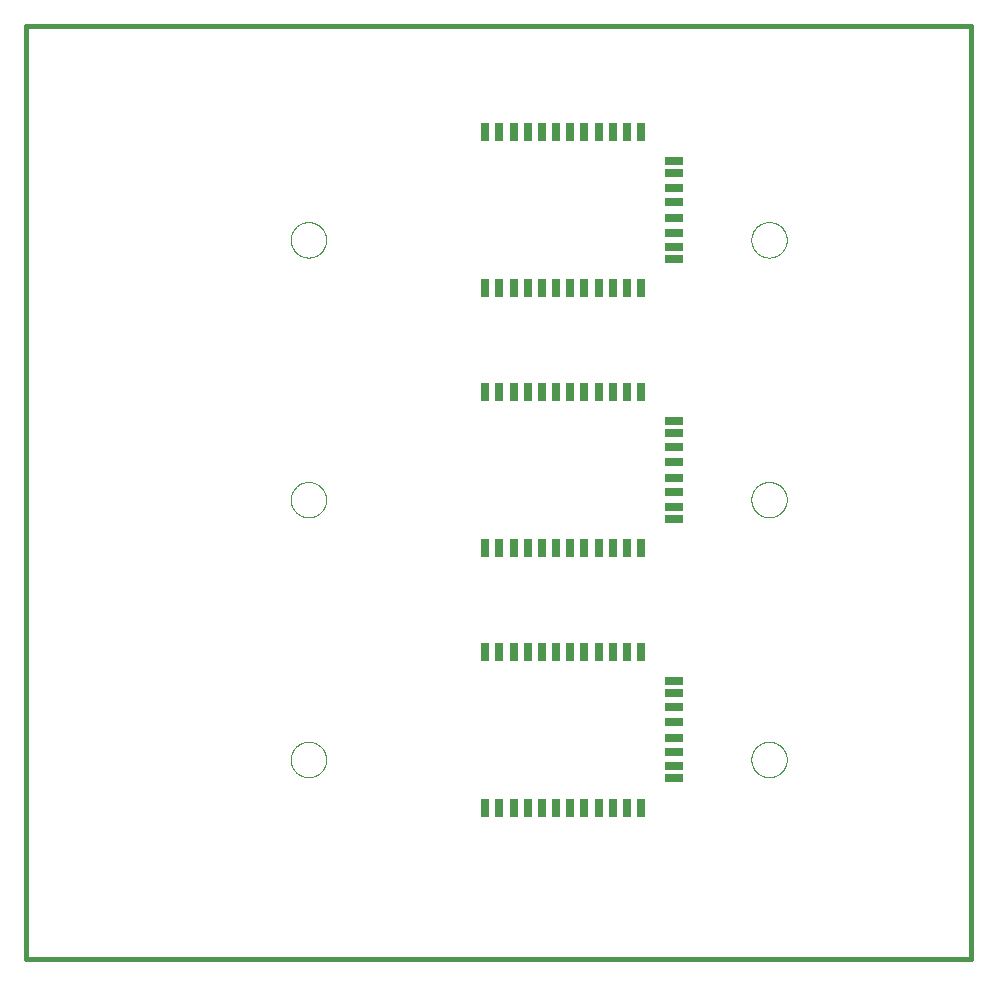
<source format=gbp>
G75*
%MOIN*%
%OFA0B0*%
%FSLAX25Y25*%
%IPPOS*%
%LPD*%
%AMOC8*
5,1,8,0,0,1.08239X$1,22.5*
%
%ADD10C,0.01600*%
%ADD11R,0.03150X0.06299*%
%ADD12R,0.06299X0.03150*%
%ADD13C,0.00000*%
D10*
X0017567Y0009299D02*
X0332528Y0009299D01*
X0332528Y0320323D01*
X0017567Y0320323D01*
X0017567Y0009299D01*
D11*
X0170598Y0059772D03*
X0175323Y0059772D03*
X0180047Y0059772D03*
X0184772Y0059772D03*
X0189496Y0059772D03*
X0194220Y0059772D03*
X0198945Y0059772D03*
X0203669Y0059772D03*
X0208394Y0059772D03*
X0213118Y0059772D03*
X0217843Y0059772D03*
X0222567Y0059772D03*
X0222567Y0111740D03*
X0217843Y0111740D03*
X0213118Y0111740D03*
X0208394Y0111740D03*
X0203669Y0111740D03*
X0198945Y0111740D03*
X0194220Y0111740D03*
X0189496Y0111740D03*
X0184772Y0111740D03*
X0180047Y0111740D03*
X0175323Y0111740D03*
X0170598Y0111740D03*
X0170598Y0146386D03*
X0175323Y0146386D03*
X0180047Y0146386D03*
X0184772Y0146386D03*
X0189496Y0146386D03*
X0194220Y0146386D03*
X0198945Y0146386D03*
X0203669Y0146386D03*
X0208394Y0146386D03*
X0213118Y0146386D03*
X0217843Y0146386D03*
X0222567Y0146386D03*
X0222567Y0198354D03*
X0217843Y0198354D03*
X0213118Y0198354D03*
X0208394Y0198354D03*
X0203669Y0198354D03*
X0198945Y0198354D03*
X0194220Y0198354D03*
X0189496Y0198354D03*
X0184772Y0198354D03*
X0180047Y0198354D03*
X0175323Y0198354D03*
X0170598Y0198354D03*
X0170598Y0233000D03*
X0175323Y0233000D03*
X0180047Y0233000D03*
X0184772Y0233000D03*
X0189496Y0233000D03*
X0194220Y0233000D03*
X0198945Y0233000D03*
X0203669Y0233000D03*
X0208394Y0233000D03*
X0213118Y0233000D03*
X0217843Y0233000D03*
X0222567Y0233000D03*
X0222567Y0284969D03*
X0217843Y0284969D03*
X0213118Y0284969D03*
X0208394Y0284969D03*
X0203669Y0284969D03*
X0198945Y0284969D03*
X0194220Y0284969D03*
X0189496Y0284969D03*
X0184772Y0284969D03*
X0180047Y0284969D03*
X0175323Y0284969D03*
X0170598Y0284969D03*
D12*
X0233591Y0275213D03*
X0233591Y0271189D03*
X0233591Y0266465D03*
X0233591Y0261740D03*
X0233591Y0256228D03*
X0233591Y0251504D03*
X0233591Y0246780D03*
X0233591Y0242755D03*
X0233591Y0188599D03*
X0233591Y0184575D03*
X0233591Y0179850D03*
X0233591Y0175126D03*
X0233591Y0169614D03*
X0233591Y0164890D03*
X0233591Y0160165D03*
X0233591Y0156141D03*
X0233591Y0101985D03*
X0233591Y0097961D03*
X0233591Y0093236D03*
X0233591Y0088512D03*
X0233591Y0083000D03*
X0233591Y0078276D03*
X0233591Y0073551D03*
X0233591Y0069527D03*
D13*
X0259299Y0075835D02*
X0259301Y0075988D01*
X0259307Y0076142D01*
X0259317Y0076295D01*
X0259331Y0076447D01*
X0259349Y0076600D01*
X0259371Y0076751D01*
X0259396Y0076902D01*
X0259426Y0077053D01*
X0259460Y0077203D01*
X0259497Y0077351D01*
X0259538Y0077499D01*
X0259583Y0077645D01*
X0259632Y0077791D01*
X0259685Y0077935D01*
X0259741Y0078077D01*
X0259801Y0078218D01*
X0259865Y0078358D01*
X0259932Y0078496D01*
X0260003Y0078632D01*
X0260078Y0078766D01*
X0260155Y0078898D01*
X0260237Y0079028D01*
X0260321Y0079156D01*
X0260409Y0079282D01*
X0260500Y0079405D01*
X0260594Y0079526D01*
X0260692Y0079644D01*
X0260792Y0079760D01*
X0260896Y0079873D01*
X0261002Y0079984D01*
X0261111Y0080092D01*
X0261223Y0080197D01*
X0261337Y0080298D01*
X0261455Y0080397D01*
X0261574Y0080493D01*
X0261696Y0080586D01*
X0261821Y0080675D01*
X0261948Y0080762D01*
X0262077Y0080844D01*
X0262208Y0080924D01*
X0262341Y0081000D01*
X0262476Y0081073D01*
X0262613Y0081142D01*
X0262752Y0081207D01*
X0262892Y0081269D01*
X0263034Y0081327D01*
X0263177Y0081382D01*
X0263322Y0081433D01*
X0263468Y0081480D01*
X0263615Y0081523D01*
X0263763Y0081562D01*
X0263912Y0081598D01*
X0264062Y0081629D01*
X0264213Y0081657D01*
X0264364Y0081681D01*
X0264517Y0081701D01*
X0264669Y0081717D01*
X0264822Y0081729D01*
X0264975Y0081737D01*
X0265128Y0081741D01*
X0265282Y0081741D01*
X0265435Y0081737D01*
X0265588Y0081729D01*
X0265741Y0081717D01*
X0265893Y0081701D01*
X0266046Y0081681D01*
X0266197Y0081657D01*
X0266348Y0081629D01*
X0266498Y0081598D01*
X0266647Y0081562D01*
X0266795Y0081523D01*
X0266942Y0081480D01*
X0267088Y0081433D01*
X0267233Y0081382D01*
X0267376Y0081327D01*
X0267518Y0081269D01*
X0267658Y0081207D01*
X0267797Y0081142D01*
X0267934Y0081073D01*
X0268069Y0081000D01*
X0268202Y0080924D01*
X0268333Y0080844D01*
X0268462Y0080762D01*
X0268589Y0080675D01*
X0268714Y0080586D01*
X0268836Y0080493D01*
X0268955Y0080397D01*
X0269073Y0080298D01*
X0269187Y0080197D01*
X0269299Y0080092D01*
X0269408Y0079984D01*
X0269514Y0079873D01*
X0269618Y0079760D01*
X0269718Y0079644D01*
X0269816Y0079526D01*
X0269910Y0079405D01*
X0270001Y0079282D01*
X0270089Y0079156D01*
X0270173Y0079028D01*
X0270255Y0078898D01*
X0270332Y0078766D01*
X0270407Y0078632D01*
X0270478Y0078496D01*
X0270545Y0078358D01*
X0270609Y0078218D01*
X0270669Y0078077D01*
X0270725Y0077935D01*
X0270778Y0077791D01*
X0270827Y0077645D01*
X0270872Y0077499D01*
X0270913Y0077351D01*
X0270950Y0077203D01*
X0270984Y0077053D01*
X0271014Y0076902D01*
X0271039Y0076751D01*
X0271061Y0076600D01*
X0271079Y0076447D01*
X0271093Y0076295D01*
X0271103Y0076142D01*
X0271109Y0075988D01*
X0271111Y0075835D01*
X0271109Y0075682D01*
X0271103Y0075528D01*
X0271093Y0075375D01*
X0271079Y0075223D01*
X0271061Y0075070D01*
X0271039Y0074919D01*
X0271014Y0074768D01*
X0270984Y0074617D01*
X0270950Y0074467D01*
X0270913Y0074319D01*
X0270872Y0074171D01*
X0270827Y0074025D01*
X0270778Y0073879D01*
X0270725Y0073735D01*
X0270669Y0073593D01*
X0270609Y0073452D01*
X0270545Y0073312D01*
X0270478Y0073174D01*
X0270407Y0073038D01*
X0270332Y0072904D01*
X0270255Y0072772D01*
X0270173Y0072642D01*
X0270089Y0072514D01*
X0270001Y0072388D01*
X0269910Y0072265D01*
X0269816Y0072144D01*
X0269718Y0072026D01*
X0269618Y0071910D01*
X0269514Y0071797D01*
X0269408Y0071686D01*
X0269299Y0071578D01*
X0269187Y0071473D01*
X0269073Y0071372D01*
X0268955Y0071273D01*
X0268836Y0071177D01*
X0268714Y0071084D01*
X0268589Y0070995D01*
X0268462Y0070908D01*
X0268333Y0070826D01*
X0268202Y0070746D01*
X0268069Y0070670D01*
X0267934Y0070597D01*
X0267797Y0070528D01*
X0267658Y0070463D01*
X0267518Y0070401D01*
X0267376Y0070343D01*
X0267233Y0070288D01*
X0267088Y0070237D01*
X0266942Y0070190D01*
X0266795Y0070147D01*
X0266647Y0070108D01*
X0266498Y0070072D01*
X0266348Y0070041D01*
X0266197Y0070013D01*
X0266046Y0069989D01*
X0265893Y0069969D01*
X0265741Y0069953D01*
X0265588Y0069941D01*
X0265435Y0069933D01*
X0265282Y0069929D01*
X0265128Y0069929D01*
X0264975Y0069933D01*
X0264822Y0069941D01*
X0264669Y0069953D01*
X0264517Y0069969D01*
X0264364Y0069989D01*
X0264213Y0070013D01*
X0264062Y0070041D01*
X0263912Y0070072D01*
X0263763Y0070108D01*
X0263615Y0070147D01*
X0263468Y0070190D01*
X0263322Y0070237D01*
X0263177Y0070288D01*
X0263034Y0070343D01*
X0262892Y0070401D01*
X0262752Y0070463D01*
X0262613Y0070528D01*
X0262476Y0070597D01*
X0262341Y0070670D01*
X0262208Y0070746D01*
X0262077Y0070826D01*
X0261948Y0070908D01*
X0261821Y0070995D01*
X0261696Y0071084D01*
X0261574Y0071177D01*
X0261455Y0071273D01*
X0261337Y0071372D01*
X0261223Y0071473D01*
X0261111Y0071578D01*
X0261002Y0071686D01*
X0260896Y0071797D01*
X0260792Y0071910D01*
X0260692Y0072026D01*
X0260594Y0072144D01*
X0260500Y0072265D01*
X0260409Y0072388D01*
X0260321Y0072514D01*
X0260237Y0072642D01*
X0260155Y0072772D01*
X0260078Y0072904D01*
X0260003Y0073038D01*
X0259932Y0073174D01*
X0259865Y0073312D01*
X0259801Y0073452D01*
X0259741Y0073593D01*
X0259685Y0073735D01*
X0259632Y0073879D01*
X0259583Y0074025D01*
X0259538Y0074171D01*
X0259497Y0074319D01*
X0259460Y0074467D01*
X0259426Y0074617D01*
X0259396Y0074768D01*
X0259371Y0074919D01*
X0259349Y0075070D01*
X0259331Y0075223D01*
X0259317Y0075375D01*
X0259307Y0075528D01*
X0259301Y0075682D01*
X0259299Y0075835D01*
X0259299Y0162449D02*
X0259301Y0162602D01*
X0259307Y0162756D01*
X0259317Y0162909D01*
X0259331Y0163061D01*
X0259349Y0163214D01*
X0259371Y0163365D01*
X0259396Y0163516D01*
X0259426Y0163667D01*
X0259460Y0163817D01*
X0259497Y0163965D01*
X0259538Y0164113D01*
X0259583Y0164259D01*
X0259632Y0164405D01*
X0259685Y0164549D01*
X0259741Y0164691D01*
X0259801Y0164832D01*
X0259865Y0164972D01*
X0259932Y0165110D01*
X0260003Y0165246D01*
X0260078Y0165380D01*
X0260155Y0165512D01*
X0260237Y0165642D01*
X0260321Y0165770D01*
X0260409Y0165896D01*
X0260500Y0166019D01*
X0260594Y0166140D01*
X0260692Y0166258D01*
X0260792Y0166374D01*
X0260896Y0166487D01*
X0261002Y0166598D01*
X0261111Y0166706D01*
X0261223Y0166811D01*
X0261337Y0166912D01*
X0261455Y0167011D01*
X0261574Y0167107D01*
X0261696Y0167200D01*
X0261821Y0167289D01*
X0261948Y0167376D01*
X0262077Y0167458D01*
X0262208Y0167538D01*
X0262341Y0167614D01*
X0262476Y0167687D01*
X0262613Y0167756D01*
X0262752Y0167821D01*
X0262892Y0167883D01*
X0263034Y0167941D01*
X0263177Y0167996D01*
X0263322Y0168047D01*
X0263468Y0168094D01*
X0263615Y0168137D01*
X0263763Y0168176D01*
X0263912Y0168212D01*
X0264062Y0168243D01*
X0264213Y0168271D01*
X0264364Y0168295D01*
X0264517Y0168315D01*
X0264669Y0168331D01*
X0264822Y0168343D01*
X0264975Y0168351D01*
X0265128Y0168355D01*
X0265282Y0168355D01*
X0265435Y0168351D01*
X0265588Y0168343D01*
X0265741Y0168331D01*
X0265893Y0168315D01*
X0266046Y0168295D01*
X0266197Y0168271D01*
X0266348Y0168243D01*
X0266498Y0168212D01*
X0266647Y0168176D01*
X0266795Y0168137D01*
X0266942Y0168094D01*
X0267088Y0168047D01*
X0267233Y0167996D01*
X0267376Y0167941D01*
X0267518Y0167883D01*
X0267658Y0167821D01*
X0267797Y0167756D01*
X0267934Y0167687D01*
X0268069Y0167614D01*
X0268202Y0167538D01*
X0268333Y0167458D01*
X0268462Y0167376D01*
X0268589Y0167289D01*
X0268714Y0167200D01*
X0268836Y0167107D01*
X0268955Y0167011D01*
X0269073Y0166912D01*
X0269187Y0166811D01*
X0269299Y0166706D01*
X0269408Y0166598D01*
X0269514Y0166487D01*
X0269618Y0166374D01*
X0269718Y0166258D01*
X0269816Y0166140D01*
X0269910Y0166019D01*
X0270001Y0165896D01*
X0270089Y0165770D01*
X0270173Y0165642D01*
X0270255Y0165512D01*
X0270332Y0165380D01*
X0270407Y0165246D01*
X0270478Y0165110D01*
X0270545Y0164972D01*
X0270609Y0164832D01*
X0270669Y0164691D01*
X0270725Y0164549D01*
X0270778Y0164405D01*
X0270827Y0164259D01*
X0270872Y0164113D01*
X0270913Y0163965D01*
X0270950Y0163817D01*
X0270984Y0163667D01*
X0271014Y0163516D01*
X0271039Y0163365D01*
X0271061Y0163214D01*
X0271079Y0163061D01*
X0271093Y0162909D01*
X0271103Y0162756D01*
X0271109Y0162602D01*
X0271111Y0162449D01*
X0271109Y0162296D01*
X0271103Y0162142D01*
X0271093Y0161989D01*
X0271079Y0161837D01*
X0271061Y0161684D01*
X0271039Y0161533D01*
X0271014Y0161382D01*
X0270984Y0161231D01*
X0270950Y0161081D01*
X0270913Y0160933D01*
X0270872Y0160785D01*
X0270827Y0160639D01*
X0270778Y0160493D01*
X0270725Y0160349D01*
X0270669Y0160207D01*
X0270609Y0160066D01*
X0270545Y0159926D01*
X0270478Y0159788D01*
X0270407Y0159652D01*
X0270332Y0159518D01*
X0270255Y0159386D01*
X0270173Y0159256D01*
X0270089Y0159128D01*
X0270001Y0159002D01*
X0269910Y0158879D01*
X0269816Y0158758D01*
X0269718Y0158640D01*
X0269618Y0158524D01*
X0269514Y0158411D01*
X0269408Y0158300D01*
X0269299Y0158192D01*
X0269187Y0158087D01*
X0269073Y0157986D01*
X0268955Y0157887D01*
X0268836Y0157791D01*
X0268714Y0157698D01*
X0268589Y0157609D01*
X0268462Y0157522D01*
X0268333Y0157440D01*
X0268202Y0157360D01*
X0268069Y0157284D01*
X0267934Y0157211D01*
X0267797Y0157142D01*
X0267658Y0157077D01*
X0267518Y0157015D01*
X0267376Y0156957D01*
X0267233Y0156902D01*
X0267088Y0156851D01*
X0266942Y0156804D01*
X0266795Y0156761D01*
X0266647Y0156722D01*
X0266498Y0156686D01*
X0266348Y0156655D01*
X0266197Y0156627D01*
X0266046Y0156603D01*
X0265893Y0156583D01*
X0265741Y0156567D01*
X0265588Y0156555D01*
X0265435Y0156547D01*
X0265282Y0156543D01*
X0265128Y0156543D01*
X0264975Y0156547D01*
X0264822Y0156555D01*
X0264669Y0156567D01*
X0264517Y0156583D01*
X0264364Y0156603D01*
X0264213Y0156627D01*
X0264062Y0156655D01*
X0263912Y0156686D01*
X0263763Y0156722D01*
X0263615Y0156761D01*
X0263468Y0156804D01*
X0263322Y0156851D01*
X0263177Y0156902D01*
X0263034Y0156957D01*
X0262892Y0157015D01*
X0262752Y0157077D01*
X0262613Y0157142D01*
X0262476Y0157211D01*
X0262341Y0157284D01*
X0262208Y0157360D01*
X0262077Y0157440D01*
X0261948Y0157522D01*
X0261821Y0157609D01*
X0261696Y0157698D01*
X0261574Y0157791D01*
X0261455Y0157887D01*
X0261337Y0157986D01*
X0261223Y0158087D01*
X0261111Y0158192D01*
X0261002Y0158300D01*
X0260896Y0158411D01*
X0260792Y0158524D01*
X0260692Y0158640D01*
X0260594Y0158758D01*
X0260500Y0158879D01*
X0260409Y0159002D01*
X0260321Y0159128D01*
X0260237Y0159256D01*
X0260155Y0159386D01*
X0260078Y0159518D01*
X0260003Y0159652D01*
X0259932Y0159788D01*
X0259865Y0159926D01*
X0259801Y0160066D01*
X0259741Y0160207D01*
X0259685Y0160349D01*
X0259632Y0160493D01*
X0259583Y0160639D01*
X0259538Y0160785D01*
X0259497Y0160933D01*
X0259460Y0161081D01*
X0259426Y0161231D01*
X0259396Y0161382D01*
X0259371Y0161533D01*
X0259349Y0161684D01*
X0259331Y0161837D01*
X0259317Y0161989D01*
X0259307Y0162142D01*
X0259301Y0162296D01*
X0259299Y0162449D01*
X0259299Y0249063D02*
X0259301Y0249216D01*
X0259307Y0249370D01*
X0259317Y0249523D01*
X0259331Y0249675D01*
X0259349Y0249828D01*
X0259371Y0249979D01*
X0259396Y0250130D01*
X0259426Y0250281D01*
X0259460Y0250431D01*
X0259497Y0250579D01*
X0259538Y0250727D01*
X0259583Y0250873D01*
X0259632Y0251019D01*
X0259685Y0251163D01*
X0259741Y0251305D01*
X0259801Y0251446D01*
X0259865Y0251586D01*
X0259932Y0251724D01*
X0260003Y0251860D01*
X0260078Y0251994D01*
X0260155Y0252126D01*
X0260237Y0252256D01*
X0260321Y0252384D01*
X0260409Y0252510D01*
X0260500Y0252633D01*
X0260594Y0252754D01*
X0260692Y0252872D01*
X0260792Y0252988D01*
X0260896Y0253101D01*
X0261002Y0253212D01*
X0261111Y0253320D01*
X0261223Y0253425D01*
X0261337Y0253526D01*
X0261455Y0253625D01*
X0261574Y0253721D01*
X0261696Y0253814D01*
X0261821Y0253903D01*
X0261948Y0253990D01*
X0262077Y0254072D01*
X0262208Y0254152D01*
X0262341Y0254228D01*
X0262476Y0254301D01*
X0262613Y0254370D01*
X0262752Y0254435D01*
X0262892Y0254497D01*
X0263034Y0254555D01*
X0263177Y0254610D01*
X0263322Y0254661D01*
X0263468Y0254708D01*
X0263615Y0254751D01*
X0263763Y0254790D01*
X0263912Y0254826D01*
X0264062Y0254857D01*
X0264213Y0254885D01*
X0264364Y0254909D01*
X0264517Y0254929D01*
X0264669Y0254945D01*
X0264822Y0254957D01*
X0264975Y0254965D01*
X0265128Y0254969D01*
X0265282Y0254969D01*
X0265435Y0254965D01*
X0265588Y0254957D01*
X0265741Y0254945D01*
X0265893Y0254929D01*
X0266046Y0254909D01*
X0266197Y0254885D01*
X0266348Y0254857D01*
X0266498Y0254826D01*
X0266647Y0254790D01*
X0266795Y0254751D01*
X0266942Y0254708D01*
X0267088Y0254661D01*
X0267233Y0254610D01*
X0267376Y0254555D01*
X0267518Y0254497D01*
X0267658Y0254435D01*
X0267797Y0254370D01*
X0267934Y0254301D01*
X0268069Y0254228D01*
X0268202Y0254152D01*
X0268333Y0254072D01*
X0268462Y0253990D01*
X0268589Y0253903D01*
X0268714Y0253814D01*
X0268836Y0253721D01*
X0268955Y0253625D01*
X0269073Y0253526D01*
X0269187Y0253425D01*
X0269299Y0253320D01*
X0269408Y0253212D01*
X0269514Y0253101D01*
X0269618Y0252988D01*
X0269718Y0252872D01*
X0269816Y0252754D01*
X0269910Y0252633D01*
X0270001Y0252510D01*
X0270089Y0252384D01*
X0270173Y0252256D01*
X0270255Y0252126D01*
X0270332Y0251994D01*
X0270407Y0251860D01*
X0270478Y0251724D01*
X0270545Y0251586D01*
X0270609Y0251446D01*
X0270669Y0251305D01*
X0270725Y0251163D01*
X0270778Y0251019D01*
X0270827Y0250873D01*
X0270872Y0250727D01*
X0270913Y0250579D01*
X0270950Y0250431D01*
X0270984Y0250281D01*
X0271014Y0250130D01*
X0271039Y0249979D01*
X0271061Y0249828D01*
X0271079Y0249675D01*
X0271093Y0249523D01*
X0271103Y0249370D01*
X0271109Y0249216D01*
X0271111Y0249063D01*
X0271109Y0248910D01*
X0271103Y0248756D01*
X0271093Y0248603D01*
X0271079Y0248451D01*
X0271061Y0248298D01*
X0271039Y0248147D01*
X0271014Y0247996D01*
X0270984Y0247845D01*
X0270950Y0247695D01*
X0270913Y0247547D01*
X0270872Y0247399D01*
X0270827Y0247253D01*
X0270778Y0247107D01*
X0270725Y0246963D01*
X0270669Y0246821D01*
X0270609Y0246680D01*
X0270545Y0246540D01*
X0270478Y0246402D01*
X0270407Y0246266D01*
X0270332Y0246132D01*
X0270255Y0246000D01*
X0270173Y0245870D01*
X0270089Y0245742D01*
X0270001Y0245616D01*
X0269910Y0245493D01*
X0269816Y0245372D01*
X0269718Y0245254D01*
X0269618Y0245138D01*
X0269514Y0245025D01*
X0269408Y0244914D01*
X0269299Y0244806D01*
X0269187Y0244701D01*
X0269073Y0244600D01*
X0268955Y0244501D01*
X0268836Y0244405D01*
X0268714Y0244312D01*
X0268589Y0244223D01*
X0268462Y0244136D01*
X0268333Y0244054D01*
X0268202Y0243974D01*
X0268069Y0243898D01*
X0267934Y0243825D01*
X0267797Y0243756D01*
X0267658Y0243691D01*
X0267518Y0243629D01*
X0267376Y0243571D01*
X0267233Y0243516D01*
X0267088Y0243465D01*
X0266942Y0243418D01*
X0266795Y0243375D01*
X0266647Y0243336D01*
X0266498Y0243300D01*
X0266348Y0243269D01*
X0266197Y0243241D01*
X0266046Y0243217D01*
X0265893Y0243197D01*
X0265741Y0243181D01*
X0265588Y0243169D01*
X0265435Y0243161D01*
X0265282Y0243157D01*
X0265128Y0243157D01*
X0264975Y0243161D01*
X0264822Y0243169D01*
X0264669Y0243181D01*
X0264517Y0243197D01*
X0264364Y0243217D01*
X0264213Y0243241D01*
X0264062Y0243269D01*
X0263912Y0243300D01*
X0263763Y0243336D01*
X0263615Y0243375D01*
X0263468Y0243418D01*
X0263322Y0243465D01*
X0263177Y0243516D01*
X0263034Y0243571D01*
X0262892Y0243629D01*
X0262752Y0243691D01*
X0262613Y0243756D01*
X0262476Y0243825D01*
X0262341Y0243898D01*
X0262208Y0243974D01*
X0262077Y0244054D01*
X0261948Y0244136D01*
X0261821Y0244223D01*
X0261696Y0244312D01*
X0261574Y0244405D01*
X0261455Y0244501D01*
X0261337Y0244600D01*
X0261223Y0244701D01*
X0261111Y0244806D01*
X0261002Y0244914D01*
X0260896Y0245025D01*
X0260792Y0245138D01*
X0260692Y0245254D01*
X0260594Y0245372D01*
X0260500Y0245493D01*
X0260409Y0245616D01*
X0260321Y0245742D01*
X0260237Y0245870D01*
X0260155Y0246000D01*
X0260078Y0246132D01*
X0260003Y0246266D01*
X0259932Y0246402D01*
X0259865Y0246540D01*
X0259801Y0246680D01*
X0259741Y0246821D01*
X0259685Y0246963D01*
X0259632Y0247107D01*
X0259583Y0247253D01*
X0259538Y0247399D01*
X0259497Y0247547D01*
X0259460Y0247695D01*
X0259426Y0247845D01*
X0259396Y0247996D01*
X0259371Y0248147D01*
X0259349Y0248298D01*
X0259331Y0248451D01*
X0259317Y0248603D01*
X0259307Y0248756D01*
X0259301Y0248910D01*
X0259299Y0249063D01*
X0105755Y0249063D02*
X0105757Y0249216D01*
X0105763Y0249370D01*
X0105773Y0249523D01*
X0105787Y0249675D01*
X0105805Y0249828D01*
X0105827Y0249979D01*
X0105852Y0250130D01*
X0105882Y0250281D01*
X0105916Y0250431D01*
X0105953Y0250579D01*
X0105994Y0250727D01*
X0106039Y0250873D01*
X0106088Y0251019D01*
X0106141Y0251163D01*
X0106197Y0251305D01*
X0106257Y0251446D01*
X0106321Y0251586D01*
X0106388Y0251724D01*
X0106459Y0251860D01*
X0106534Y0251994D01*
X0106611Y0252126D01*
X0106693Y0252256D01*
X0106777Y0252384D01*
X0106865Y0252510D01*
X0106956Y0252633D01*
X0107050Y0252754D01*
X0107148Y0252872D01*
X0107248Y0252988D01*
X0107352Y0253101D01*
X0107458Y0253212D01*
X0107567Y0253320D01*
X0107679Y0253425D01*
X0107793Y0253526D01*
X0107911Y0253625D01*
X0108030Y0253721D01*
X0108152Y0253814D01*
X0108277Y0253903D01*
X0108404Y0253990D01*
X0108533Y0254072D01*
X0108664Y0254152D01*
X0108797Y0254228D01*
X0108932Y0254301D01*
X0109069Y0254370D01*
X0109208Y0254435D01*
X0109348Y0254497D01*
X0109490Y0254555D01*
X0109633Y0254610D01*
X0109778Y0254661D01*
X0109924Y0254708D01*
X0110071Y0254751D01*
X0110219Y0254790D01*
X0110368Y0254826D01*
X0110518Y0254857D01*
X0110669Y0254885D01*
X0110820Y0254909D01*
X0110973Y0254929D01*
X0111125Y0254945D01*
X0111278Y0254957D01*
X0111431Y0254965D01*
X0111584Y0254969D01*
X0111738Y0254969D01*
X0111891Y0254965D01*
X0112044Y0254957D01*
X0112197Y0254945D01*
X0112349Y0254929D01*
X0112502Y0254909D01*
X0112653Y0254885D01*
X0112804Y0254857D01*
X0112954Y0254826D01*
X0113103Y0254790D01*
X0113251Y0254751D01*
X0113398Y0254708D01*
X0113544Y0254661D01*
X0113689Y0254610D01*
X0113832Y0254555D01*
X0113974Y0254497D01*
X0114114Y0254435D01*
X0114253Y0254370D01*
X0114390Y0254301D01*
X0114525Y0254228D01*
X0114658Y0254152D01*
X0114789Y0254072D01*
X0114918Y0253990D01*
X0115045Y0253903D01*
X0115170Y0253814D01*
X0115292Y0253721D01*
X0115411Y0253625D01*
X0115529Y0253526D01*
X0115643Y0253425D01*
X0115755Y0253320D01*
X0115864Y0253212D01*
X0115970Y0253101D01*
X0116074Y0252988D01*
X0116174Y0252872D01*
X0116272Y0252754D01*
X0116366Y0252633D01*
X0116457Y0252510D01*
X0116545Y0252384D01*
X0116629Y0252256D01*
X0116711Y0252126D01*
X0116788Y0251994D01*
X0116863Y0251860D01*
X0116934Y0251724D01*
X0117001Y0251586D01*
X0117065Y0251446D01*
X0117125Y0251305D01*
X0117181Y0251163D01*
X0117234Y0251019D01*
X0117283Y0250873D01*
X0117328Y0250727D01*
X0117369Y0250579D01*
X0117406Y0250431D01*
X0117440Y0250281D01*
X0117470Y0250130D01*
X0117495Y0249979D01*
X0117517Y0249828D01*
X0117535Y0249675D01*
X0117549Y0249523D01*
X0117559Y0249370D01*
X0117565Y0249216D01*
X0117567Y0249063D01*
X0117565Y0248910D01*
X0117559Y0248756D01*
X0117549Y0248603D01*
X0117535Y0248451D01*
X0117517Y0248298D01*
X0117495Y0248147D01*
X0117470Y0247996D01*
X0117440Y0247845D01*
X0117406Y0247695D01*
X0117369Y0247547D01*
X0117328Y0247399D01*
X0117283Y0247253D01*
X0117234Y0247107D01*
X0117181Y0246963D01*
X0117125Y0246821D01*
X0117065Y0246680D01*
X0117001Y0246540D01*
X0116934Y0246402D01*
X0116863Y0246266D01*
X0116788Y0246132D01*
X0116711Y0246000D01*
X0116629Y0245870D01*
X0116545Y0245742D01*
X0116457Y0245616D01*
X0116366Y0245493D01*
X0116272Y0245372D01*
X0116174Y0245254D01*
X0116074Y0245138D01*
X0115970Y0245025D01*
X0115864Y0244914D01*
X0115755Y0244806D01*
X0115643Y0244701D01*
X0115529Y0244600D01*
X0115411Y0244501D01*
X0115292Y0244405D01*
X0115170Y0244312D01*
X0115045Y0244223D01*
X0114918Y0244136D01*
X0114789Y0244054D01*
X0114658Y0243974D01*
X0114525Y0243898D01*
X0114390Y0243825D01*
X0114253Y0243756D01*
X0114114Y0243691D01*
X0113974Y0243629D01*
X0113832Y0243571D01*
X0113689Y0243516D01*
X0113544Y0243465D01*
X0113398Y0243418D01*
X0113251Y0243375D01*
X0113103Y0243336D01*
X0112954Y0243300D01*
X0112804Y0243269D01*
X0112653Y0243241D01*
X0112502Y0243217D01*
X0112349Y0243197D01*
X0112197Y0243181D01*
X0112044Y0243169D01*
X0111891Y0243161D01*
X0111738Y0243157D01*
X0111584Y0243157D01*
X0111431Y0243161D01*
X0111278Y0243169D01*
X0111125Y0243181D01*
X0110973Y0243197D01*
X0110820Y0243217D01*
X0110669Y0243241D01*
X0110518Y0243269D01*
X0110368Y0243300D01*
X0110219Y0243336D01*
X0110071Y0243375D01*
X0109924Y0243418D01*
X0109778Y0243465D01*
X0109633Y0243516D01*
X0109490Y0243571D01*
X0109348Y0243629D01*
X0109208Y0243691D01*
X0109069Y0243756D01*
X0108932Y0243825D01*
X0108797Y0243898D01*
X0108664Y0243974D01*
X0108533Y0244054D01*
X0108404Y0244136D01*
X0108277Y0244223D01*
X0108152Y0244312D01*
X0108030Y0244405D01*
X0107911Y0244501D01*
X0107793Y0244600D01*
X0107679Y0244701D01*
X0107567Y0244806D01*
X0107458Y0244914D01*
X0107352Y0245025D01*
X0107248Y0245138D01*
X0107148Y0245254D01*
X0107050Y0245372D01*
X0106956Y0245493D01*
X0106865Y0245616D01*
X0106777Y0245742D01*
X0106693Y0245870D01*
X0106611Y0246000D01*
X0106534Y0246132D01*
X0106459Y0246266D01*
X0106388Y0246402D01*
X0106321Y0246540D01*
X0106257Y0246680D01*
X0106197Y0246821D01*
X0106141Y0246963D01*
X0106088Y0247107D01*
X0106039Y0247253D01*
X0105994Y0247399D01*
X0105953Y0247547D01*
X0105916Y0247695D01*
X0105882Y0247845D01*
X0105852Y0247996D01*
X0105827Y0248147D01*
X0105805Y0248298D01*
X0105787Y0248451D01*
X0105773Y0248603D01*
X0105763Y0248756D01*
X0105757Y0248910D01*
X0105755Y0249063D01*
X0105755Y0162449D02*
X0105757Y0162602D01*
X0105763Y0162756D01*
X0105773Y0162909D01*
X0105787Y0163061D01*
X0105805Y0163214D01*
X0105827Y0163365D01*
X0105852Y0163516D01*
X0105882Y0163667D01*
X0105916Y0163817D01*
X0105953Y0163965D01*
X0105994Y0164113D01*
X0106039Y0164259D01*
X0106088Y0164405D01*
X0106141Y0164549D01*
X0106197Y0164691D01*
X0106257Y0164832D01*
X0106321Y0164972D01*
X0106388Y0165110D01*
X0106459Y0165246D01*
X0106534Y0165380D01*
X0106611Y0165512D01*
X0106693Y0165642D01*
X0106777Y0165770D01*
X0106865Y0165896D01*
X0106956Y0166019D01*
X0107050Y0166140D01*
X0107148Y0166258D01*
X0107248Y0166374D01*
X0107352Y0166487D01*
X0107458Y0166598D01*
X0107567Y0166706D01*
X0107679Y0166811D01*
X0107793Y0166912D01*
X0107911Y0167011D01*
X0108030Y0167107D01*
X0108152Y0167200D01*
X0108277Y0167289D01*
X0108404Y0167376D01*
X0108533Y0167458D01*
X0108664Y0167538D01*
X0108797Y0167614D01*
X0108932Y0167687D01*
X0109069Y0167756D01*
X0109208Y0167821D01*
X0109348Y0167883D01*
X0109490Y0167941D01*
X0109633Y0167996D01*
X0109778Y0168047D01*
X0109924Y0168094D01*
X0110071Y0168137D01*
X0110219Y0168176D01*
X0110368Y0168212D01*
X0110518Y0168243D01*
X0110669Y0168271D01*
X0110820Y0168295D01*
X0110973Y0168315D01*
X0111125Y0168331D01*
X0111278Y0168343D01*
X0111431Y0168351D01*
X0111584Y0168355D01*
X0111738Y0168355D01*
X0111891Y0168351D01*
X0112044Y0168343D01*
X0112197Y0168331D01*
X0112349Y0168315D01*
X0112502Y0168295D01*
X0112653Y0168271D01*
X0112804Y0168243D01*
X0112954Y0168212D01*
X0113103Y0168176D01*
X0113251Y0168137D01*
X0113398Y0168094D01*
X0113544Y0168047D01*
X0113689Y0167996D01*
X0113832Y0167941D01*
X0113974Y0167883D01*
X0114114Y0167821D01*
X0114253Y0167756D01*
X0114390Y0167687D01*
X0114525Y0167614D01*
X0114658Y0167538D01*
X0114789Y0167458D01*
X0114918Y0167376D01*
X0115045Y0167289D01*
X0115170Y0167200D01*
X0115292Y0167107D01*
X0115411Y0167011D01*
X0115529Y0166912D01*
X0115643Y0166811D01*
X0115755Y0166706D01*
X0115864Y0166598D01*
X0115970Y0166487D01*
X0116074Y0166374D01*
X0116174Y0166258D01*
X0116272Y0166140D01*
X0116366Y0166019D01*
X0116457Y0165896D01*
X0116545Y0165770D01*
X0116629Y0165642D01*
X0116711Y0165512D01*
X0116788Y0165380D01*
X0116863Y0165246D01*
X0116934Y0165110D01*
X0117001Y0164972D01*
X0117065Y0164832D01*
X0117125Y0164691D01*
X0117181Y0164549D01*
X0117234Y0164405D01*
X0117283Y0164259D01*
X0117328Y0164113D01*
X0117369Y0163965D01*
X0117406Y0163817D01*
X0117440Y0163667D01*
X0117470Y0163516D01*
X0117495Y0163365D01*
X0117517Y0163214D01*
X0117535Y0163061D01*
X0117549Y0162909D01*
X0117559Y0162756D01*
X0117565Y0162602D01*
X0117567Y0162449D01*
X0117565Y0162296D01*
X0117559Y0162142D01*
X0117549Y0161989D01*
X0117535Y0161837D01*
X0117517Y0161684D01*
X0117495Y0161533D01*
X0117470Y0161382D01*
X0117440Y0161231D01*
X0117406Y0161081D01*
X0117369Y0160933D01*
X0117328Y0160785D01*
X0117283Y0160639D01*
X0117234Y0160493D01*
X0117181Y0160349D01*
X0117125Y0160207D01*
X0117065Y0160066D01*
X0117001Y0159926D01*
X0116934Y0159788D01*
X0116863Y0159652D01*
X0116788Y0159518D01*
X0116711Y0159386D01*
X0116629Y0159256D01*
X0116545Y0159128D01*
X0116457Y0159002D01*
X0116366Y0158879D01*
X0116272Y0158758D01*
X0116174Y0158640D01*
X0116074Y0158524D01*
X0115970Y0158411D01*
X0115864Y0158300D01*
X0115755Y0158192D01*
X0115643Y0158087D01*
X0115529Y0157986D01*
X0115411Y0157887D01*
X0115292Y0157791D01*
X0115170Y0157698D01*
X0115045Y0157609D01*
X0114918Y0157522D01*
X0114789Y0157440D01*
X0114658Y0157360D01*
X0114525Y0157284D01*
X0114390Y0157211D01*
X0114253Y0157142D01*
X0114114Y0157077D01*
X0113974Y0157015D01*
X0113832Y0156957D01*
X0113689Y0156902D01*
X0113544Y0156851D01*
X0113398Y0156804D01*
X0113251Y0156761D01*
X0113103Y0156722D01*
X0112954Y0156686D01*
X0112804Y0156655D01*
X0112653Y0156627D01*
X0112502Y0156603D01*
X0112349Y0156583D01*
X0112197Y0156567D01*
X0112044Y0156555D01*
X0111891Y0156547D01*
X0111738Y0156543D01*
X0111584Y0156543D01*
X0111431Y0156547D01*
X0111278Y0156555D01*
X0111125Y0156567D01*
X0110973Y0156583D01*
X0110820Y0156603D01*
X0110669Y0156627D01*
X0110518Y0156655D01*
X0110368Y0156686D01*
X0110219Y0156722D01*
X0110071Y0156761D01*
X0109924Y0156804D01*
X0109778Y0156851D01*
X0109633Y0156902D01*
X0109490Y0156957D01*
X0109348Y0157015D01*
X0109208Y0157077D01*
X0109069Y0157142D01*
X0108932Y0157211D01*
X0108797Y0157284D01*
X0108664Y0157360D01*
X0108533Y0157440D01*
X0108404Y0157522D01*
X0108277Y0157609D01*
X0108152Y0157698D01*
X0108030Y0157791D01*
X0107911Y0157887D01*
X0107793Y0157986D01*
X0107679Y0158087D01*
X0107567Y0158192D01*
X0107458Y0158300D01*
X0107352Y0158411D01*
X0107248Y0158524D01*
X0107148Y0158640D01*
X0107050Y0158758D01*
X0106956Y0158879D01*
X0106865Y0159002D01*
X0106777Y0159128D01*
X0106693Y0159256D01*
X0106611Y0159386D01*
X0106534Y0159518D01*
X0106459Y0159652D01*
X0106388Y0159788D01*
X0106321Y0159926D01*
X0106257Y0160066D01*
X0106197Y0160207D01*
X0106141Y0160349D01*
X0106088Y0160493D01*
X0106039Y0160639D01*
X0105994Y0160785D01*
X0105953Y0160933D01*
X0105916Y0161081D01*
X0105882Y0161231D01*
X0105852Y0161382D01*
X0105827Y0161533D01*
X0105805Y0161684D01*
X0105787Y0161837D01*
X0105773Y0161989D01*
X0105763Y0162142D01*
X0105757Y0162296D01*
X0105755Y0162449D01*
X0105755Y0075835D02*
X0105757Y0075988D01*
X0105763Y0076142D01*
X0105773Y0076295D01*
X0105787Y0076447D01*
X0105805Y0076600D01*
X0105827Y0076751D01*
X0105852Y0076902D01*
X0105882Y0077053D01*
X0105916Y0077203D01*
X0105953Y0077351D01*
X0105994Y0077499D01*
X0106039Y0077645D01*
X0106088Y0077791D01*
X0106141Y0077935D01*
X0106197Y0078077D01*
X0106257Y0078218D01*
X0106321Y0078358D01*
X0106388Y0078496D01*
X0106459Y0078632D01*
X0106534Y0078766D01*
X0106611Y0078898D01*
X0106693Y0079028D01*
X0106777Y0079156D01*
X0106865Y0079282D01*
X0106956Y0079405D01*
X0107050Y0079526D01*
X0107148Y0079644D01*
X0107248Y0079760D01*
X0107352Y0079873D01*
X0107458Y0079984D01*
X0107567Y0080092D01*
X0107679Y0080197D01*
X0107793Y0080298D01*
X0107911Y0080397D01*
X0108030Y0080493D01*
X0108152Y0080586D01*
X0108277Y0080675D01*
X0108404Y0080762D01*
X0108533Y0080844D01*
X0108664Y0080924D01*
X0108797Y0081000D01*
X0108932Y0081073D01*
X0109069Y0081142D01*
X0109208Y0081207D01*
X0109348Y0081269D01*
X0109490Y0081327D01*
X0109633Y0081382D01*
X0109778Y0081433D01*
X0109924Y0081480D01*
X0110071Y0081523D01*
X0110219Y0081562D01*
X0110368Y0081598D01*
X0110518Y0081629D01*
X0110669Y0081657D01*
X0110820Y0081681D01*
X0110973Y0081701D01*
X0111125Y0081717D01*
X0111278Y0081729D01*
X0111431Y0081737D01*
X0111584Y0081741D01*
X0111738Y0081741D01*
X0111891Y0081737D01*
X0112044Y0081729D01*
X0112197Y0081717D01*
X0112349Y0081701D01*
X0112502Y0081681D01*
X0112653Y0081657D01*
X0112804Y0081629D01*
X0112954Y0081598D01*
X0113103Y0081562D01*
X0113251Y0081523D01*
X0113398Y0081480D01*
X0113544Y0081433D01*
X0113689Y0081382D01*
X0113832Y0081327D01*
X0113974Y0081269D01*
X0114114Y0081207D01*
X0114253Y0081142D01*
X0114390Y0081073D01*
X0114525Y0081000D01*
X0114658Y0080924D01*
X0114789Y0080844D01*
X0114918Y0080762D01*
X0115045Y0080675D01*
X0115170Y0080586D01*
X0115292Y0080493D01*
X0115411Y0080397D01*
X0115529Y0080298D01*
X0115643Y0080197D01*
X0115755Y0080092D01*
X0115864Y0079984D01*
X0115970Y0079873D01*
X0116074Y0079760D01*
X0116174Y0079644D01*
X0116272Y0079526D01*
X0116366Y0079405D01*
X0116457Y0079282D01*
X0116545Y0079156D01*
X0116629Y0079028D01*
X0116711Y0078898D01*
X0116788Y0078766D01*
X0116863Y0078632D01*
X0116934Y0078496D01*
X0117001Y0078358D01*
X0117065Y0078218D01*
X0117125Y0078077D01*
X0117181Y0077935D01*
X0117234Y0077791D01*
X0117283Y0077645D01*
X0117328Y0077499D01*
X0117369Y0077351D01*
X0117406Y0077203D01*
X0117440Y0077053D01*
X0117470Y0076902D01*
X0117495Y0076751D01*
X0117517Y0076600D01*
X0117535Y0076447D01*
X0117549Y0076295D01*
X0117559Y0076142D01*
X0117565Y0075988D01*
X0117567Y0075835D01*
X0117565Y0075682D01*
X0117559Y0075528D01*
X0117549Y0075375D01*
X0117535Y0075223D01*
X0117517Y0075070D01*
X0117495Y0074919D01*
X0117470Y0074768D01*
X0117440Y0074617D01*
X0117406Y0074467D01*
X0117369Y0074319D01*
X0117328Y0074171D01*
X0117283Y0074025D01*
X0117234Y0073879D01*
X0117181Y0073735D01*
X0117125Y0073593D01*
X0117065Y0073452D01*
X0117001Y0073312D01*
X0116934Y0073174D01*
X0116863Y0073038D01*
X0116788Y0072904D01*
X0116711Y0072772D01*
X0116629Y0072642D01*
X0116545Y0072514D01*
X0116457Y0072388D01*
X0116366Y0072265D01*
X0116272Y0072144D01*
X0116174Y0072026D01*
X0116074Y0071910D01*
X0115970Y0071797D01*
X0115864Y0071686D01*
X0115755Y0071578D01*
X0115643Y0071473D01*
X0115529Y0071372D01*
X0115411Y0071273D01*
X0115292Y0071177D01*
X0115170Y0071084D01*
X0115045Y0070995D01*
X0114918Y0070908D01*
X0114789Y0070826D01*
X0114658Y0070746D01*
X0114525Y0070670D01*
X0114390Y0070597D01*
X0114253Y0070528D01*
X0114114Y0070463D01*
X0113974Y0070401D01*
X0113832Y0070343D01*
X0113689Y0070288D01*
X0113544Y0070237D01*
X0113398Y0070190D01*
X0113251Y0070147D01*
X0113103Y0070108D01*
X0112954Y0070072D01*
X0112804Y0070041D01*
X0112653Y0070013D01*
X0112502Y0069989D01*
X0112349Y0069969D01*
X0112197Y0069953D01*
X0112044Y0069941D01*
X0111891Y0069933D01*
X0111738Y0069929D01*
X0111584Y0069929D01*
X0111431Y0069933D01*
X0111278Y0069941D01*
X0111125Y0069953D01*
X0110973Y0069969D01*
X0110820Y0069989D01*
X0110669Y0070013D01*
X0110518Y0070041D01*
X0110368Y0070072D01*
X0110219Y0070108D01*
X0110071Y0070147D01*
X0109924Y0070190D01*
X0109778Y0070237D01*
X0109633Y0070288D01*
X0109490Y0070343D01*
X0109348Y0070401D01*
X0109208Y0070463D01*
X0109069Y0070528D01*
X0108932Y0070597D01*
X0108797Y0070670D01*
X0108664Y0070746D01*
X0108533Y0070826D01*
X0108404Y0070908D01*
X0108277Y0070995D01*
X0108152Y0071084D01*
X0108030Y0071177D01*
X0107911Y0071273D01*
X0107793Y0071372D01*
X0107679Y0071473D01*
X0107567Y0071578D01*
X0107458Y0071686D01*
X0107352Y0071797D01*
X0107248Y0071910D01*
X0107148Y0072026D01*
X0107050Y0072144D01*
X0106956Y0072265D01*
X0106865Y0072388D01*
X0106777Y0072514D01*
X0106693Y0072642D01*
X0106611Y0072772D01*
X0106534Y0072904D01*
X0106459Y0073038D01*
X0106388Y0073174D01*
X0106321Y0073312D01*
X0106257Y0073452D01*
X0106197Y0073593D01*
X0106141Y0073735D01*
X0106088Y0073879D01*
X0106039Y0074025D01*
X0105994Y0074171D01*
X0105953Y0074319D01*
X0105916Y0074467D01*
X0105882Y0074617D01*
X0105852Y0074768D01*
X0105827Y0074919D01*
X0105805Y0075070D01*
X0105787Y0075223D01*
X0105773Y0075375D01*
X0105763Y0075528D01*
X0105757Y0075682D01*
X0105755Y0075835D01*
M02*

</source>
